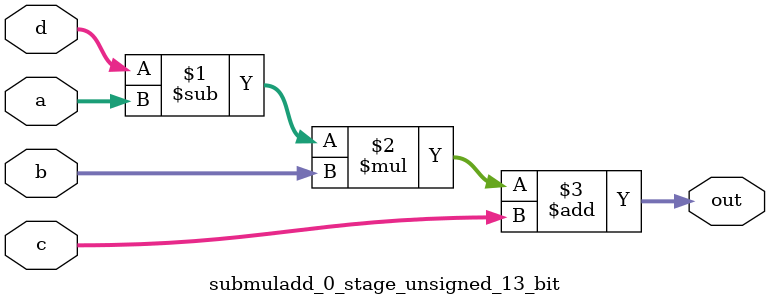
<source format=sv>
(* use_dsp = "yes" *) module submuladd_0_stage_unsigned_13_bit(
	input  [12:0] a,
	input  [12:0] b,
	input  [12:0] c,
	input  [12:0] d,
	output [12:0] out
	);

	assign out = ((d - a) * b) + c;
endmodule

</source>
